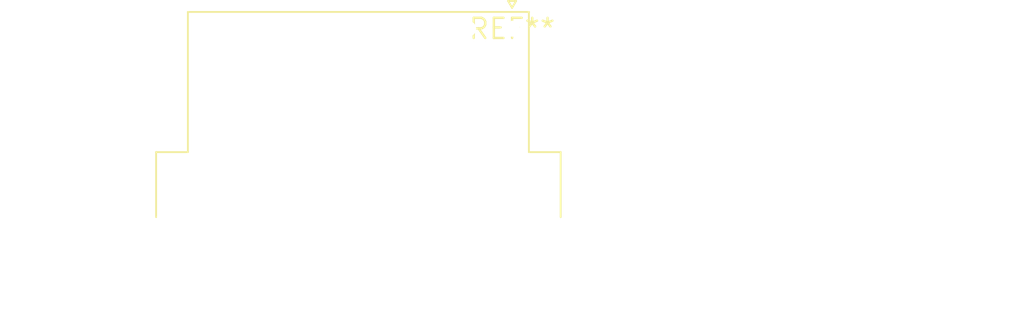
<source format=kicad_pcb>
(kicad_pcb (version 20240108) (generator pcbnew)
  (layers (0 "F.Cu" signal) (31 "B.Cu" signal) (34 "B.Paste" user) (35 "F.Paste" user) (36 "B.SilkS" user "B.Silkscreen") (37 "F.SilkS" user "F.Silkscreen") (38 "B.Mask" user) (39 "F.Mask" user) (44 "Edge.Cuts" user))
  (net 0 "")
  (footprint "DSUB-15_Female_Horizontal_P2.77x2.54mm_EdgePinOffset9.40mm" (layer "F.Cu") (at 0 0)
    (property "Reference" "REF**")
    (property "Value" "DSUB-15_Female_Horizontal_P2.77x2.54mm_EdgePinOffset9.40mm")
    (fp_line (start -22.455 7.78) (end -20.45 7.78) (layer "F.SilkS") (stroke (width 0.12)))
    (fp_line (start -22.455 11.88) (end -22.455 7.78) (layer "F.SilkS") (stroke (width 0.12)))
    (fp_line (start -20.45 -1.06) (end 1.06 -1.06) (layer "F.SilkS") (stroke (width 0.12)))
    (fp_line (start -20.45 7.78) (end -20.45 -1.06) (layer "F.SilkS") (stroke (width 0.12)))
    (fp_line (start -0.25 -1.754338) (end 0.25 -1.754338) (layer "F.SilkS") (stroke (width 0.12)))
    (fp_line (start 0 -1.321325) (end -0.25 -1.754338) (layer "F.SilkS") (stroke (width 0.12)))
    (fp_line (start 0.25 -1.754338) (end 0 -1.321325) (layer "F.SilkS") (stroke (width 0.12)))
    (fp_line (start 1.06 -1.06) (end 1.06 7.78) (layer "F.SilkS") (stroke (width 0.12)))
    (fp_line (start 1.06 7.78) (end 3.065 7.78) (layer "F.SilkS") (stroke (width 0.12)))
    (fp_line (start 3.065 7.78) (end 3.065 11.88) (layer "F.SilkS") (stroke (width 0.12)))
    (pad "1" thru_hole rect (at 0 0) (size 1.6 1.6) (drill 1) (layers *.Cu *.Mask) (remove_unused_layers))
    (pad "2" thru_hole circle (at -2.77 0) (size 1.6 1.6) (drill 1) (layers *.Cu *.Mask) (remove_unused_layers))
    (pad "3" thru_hole circle (at -5.54 0) (size 1.6 1.6) (drill 1) (layers *.Cu *.Mask) (remove_unused_layers))
    (pad "4" thru_hole circle (at -8.31 0) (size 1.6 1.6) (drill 1) (layers *.Cu *.Mask) (remove_unused_layers))
    (pad "5" thru_hole circle (at -11.08 0) (size 1.6 1.6) (drill 1) (layers *.Cu *.Mask) (remove_unused_layers))
    (pad "6" thru_hole circle (at -13.85 0) (size 1.6 1.6) (drill 1) (layers *.Cu *.Mask) (remove_unused_layers))
    (pad "7" thru_hole circle (at -16.62 0) (size 1.6 1.6) (drill 1) (layers *.Cu *.Mask) (remove_unused_layers))
    (pad "8" thru_hole circle (at -19.39 0) (size 1.6 1.6) (drill 1) (layers *.Cu *.Mask) (remove_unused_layers))
    (pad "9" thru_hole circle (at -1.385 2.54) (size 1.6 1.6) (drill 1) (layers *.Cu *.Mask) (remove_unused_layers))
    (pad "10" thru_hole circle (at -4.155 2.54) (size 1.6 1.6) (drill 1) (layers *.Cu *.Mask) (remove_unused_layers))
    (pad "11" thru_hole circle (at -6.925 2.54) (size 1.6 1.6) (drill 1) (layers *.Cu *.Mask) (remove_unused_layers))
    (pad "12" thru_hole circle (at -9.695 2.54) (size 1.6 1.6) (drill 1) (layers *.Cu *.Mask) (remove_unused_layers))
    (pad "13" thru_hole circle (at -12.465 2.54) (size 1.6 1.6) (drill 1) (layers *.Cu *.Mask) (remove_unused_layers))
    (pad "14" thru_hole circle (at -15.235 2.54) (size 1.6 1.6) (drill 1) (layers *.Cu *.Mask) (remove_unused_layers))
    (pad "15" thru_hole circle (at -18.005 2.54) (size 1.6 1.6) (drill 1) (layers *.Cu *.Mask) (remove_unused_layers))
  )
)
</source>
